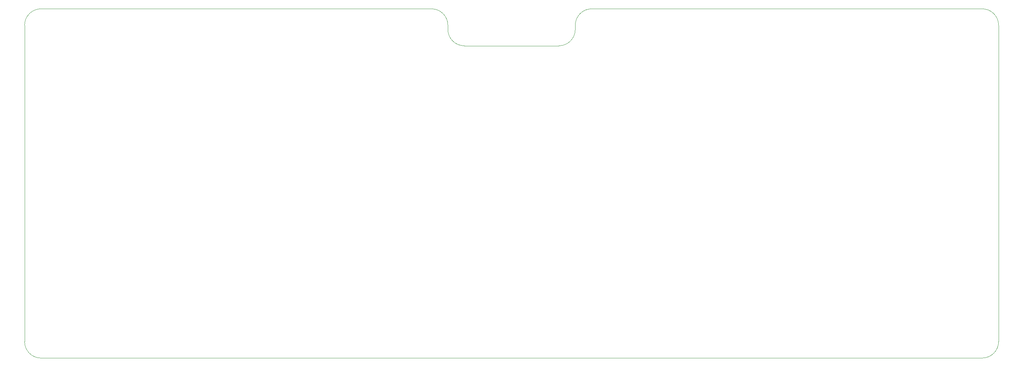
<source format=gbr>
%TF.GenerationSoftware,KiCad,Pcbnew,(5.99.0-8803-gb07c8110c8)*%
%TF.CreationDate,2021-05-08T13:23:26+01:00*%
%TF.ProjectId,Base,42617365-2e6b-4696-9361-645f70636258,rev?*%
%TF.SameCoordinates,Original*%
%TF.FileFunction,Profile,NP*%
%FSLAX46Y46*%
G04 Gerber Fmt 4.6, Leading zero omitted, Abs format (unit mm)*
G04 Created by KiCad (PCBNEW (5.99.0-8803-gb07c8110c8)) date 2021-05-08 13:23:26*
%MOMM*%
%LPD*%
G01*
G04 APERTURE LIST*
%TA.AperFunction,Profile*%
%ADD10C,0.100000*%
%TD*%
G04 APERTURE END LIST*
D10*
X134500000Y-68000000D02*
X123000000Y-68000000D01*
X20000000Y-59000000D02*
X115000000Y-59000000D01*
X119000000Y-63000000D02*
G75*
G03*
X115000000Y-59000000I-4000000J0D01*
G01*
X253000000Y-140000000D02*
G75*
G02*
X249000000Y-144000000I-4000000J0D01*
G01*
X119000000Y-63000000D02*
X119000000Y-64000000D01*
X134500000Y-68000000D02*
X146000000Y-68000000D01*
X20000000Y-59000000D02*
G75*
G03*
X16000000Y-63000000I0J-4000000D01*
G01*
X150000000Y-64000000D02*
X150000000Y-63000000D01*
X20000000Y-144000000D02*
X249000000Y-144000000D01*
X249000000Y-59000000D02*
X154000000Y-59000000D01*
X253000000Y-140000000D02*
X253000000Y-63000000D01*
X16000000Y-63000000D02*
X16000000Y-140000000D01*
X150000000Y-63000000D02*
G75*
G02*
X154000000Y-59000000I4000000J0D01*
G01*
X119000000Y-64000000D02*
G75*
G03*
X123000000Y-68000000I4000000J0D01*
G01*
X253000000Y-63000000D02*
G75*
G03*
X249000000Y-59000000I-4000000J0D01*
G01*
X150000000Y-64000000D02*
G75*
G02*
X146000000Y-68000000I-4000000J0D01*
G01*
X16000000Y-140000000D02*
G75*
G03*
X20000000Y-144000000I4000000J0D01*
G01*
M02*

</source>
